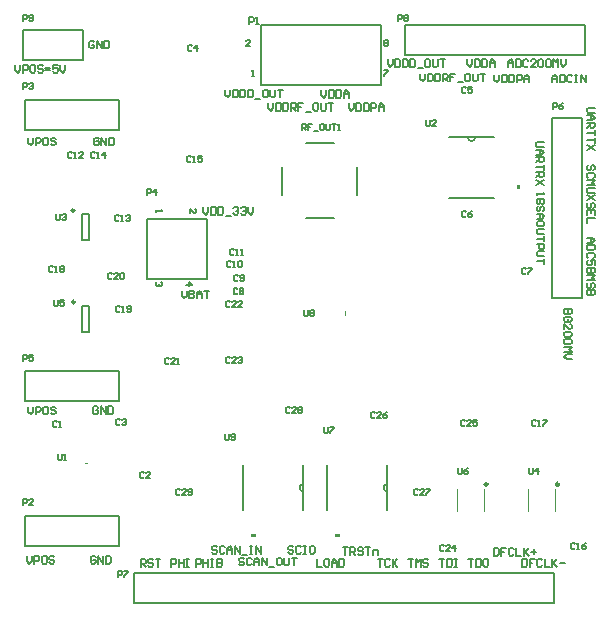
<source format=gto>
G04*
G04 #@! TF.GenerationSoftware,Altium Limited,Altium Designer,18.0.9 (584)*
G04*
G04 Layer_Color=65535*
%FSAX24Y24*%
%MOIN*%
G70*
G01*
G75*
%ADD10C,0.0000*%
%ADD11C,0.0098*%
%ADD12C,0.0060*%
%ADD13C,0.0100*%
%ADD14C,0.0079*%
%ADD15C,0.0010*%
%ADD16C,0.0039*%
%ADD17C,0.0050*%
G36*
X035079Y022604D02*
Y022504D01*
X034929D01*
Y022604D01*
X035079D01*
D02*
G37*
G36*
X037874D02*
Y022504D01*
X037724D01*
Y022604D01*
X037874D01*
D02*
G37*
G36*
X043799Y034228D02*
X043899D01*
Y034078D01*
X043799D01*
Y034228D01*
D02*
G37*
D10*
X029385Y024929D02*
G03*
X029485Y024929I000050J000112D01*
G01*
D11*
X029033Y033369D02*
G03*
X029033Y033369I-000049J000000D01*
G01*
X029052Y030322D02*
G03*
X029052Y030322I-000049J000000D01*
G01*
D12*
X042149Y035808D02*
G03*
X042389Y035808I000120J000000D01*
G01*
X036659Y024254D02*
G03*
X036659Y024014I000000J-000120D01*
G01*
X039454Y024254D02*
G03*
X039454Y024014I000000J-000120D01*
G01*
X041528Y033798D02*
X043011D01*
X041528Y035808D02*
X043011D01*
X034649Y023392D02*
Y024875D01*
X036659Y023392D02*
Y024875D01*
X039454Y023392D02*
Y024875D01*
X037444Y023392D02*
Y024875D01*
D13*
X042802Y024242D02*
G03*
X042802Y024242I-000050J000000D01*
G01*
X045184D02*
G03*
X045184Y024242I-000050J000000D01*
G01*
D14*
X029506Y032385D02*
Y033251D01*
X029269Y032385D02*
Y033251D01*
Y032385D02*
X029506D01*
X029269Y033251D02*
X029506D01*
X029525Y029337D02*
Y030204D01*
X029289Y029337D02*
Y030204D01*
Y029337D02*
X029525D01*
X029289Y030204D02*
X029525D01*
X031006Y020287D02*
Y021287D01*
X045006D01*
Y020287D02*
Y021287D01*
X044256Y020287D02*
X045006D01*
X031006D02*
X044256D01*
X036742Y035616D02*
X037672D01*
X035957Y033901D02*
Y034831D01*
X036742Y033116D02*
X037672D01*
X038457Y033901D02*
Y034831D01*
X040053Y038555D02*
X046053D01*
X040053Y039555D02*
X046053D01*
X040053Y038555D02*
Y039555D01*
X046053Y038555D02*
Y039555D01*
X039257Y037555D02*
Y039555D01*
X035257Y037555D02*
Y039555D01*
X039257D01*
X035257Y037555D02*
X039257D01*
X033449Y031098D02*
Y033098D01*
X031449D02*
X033449D01*
X031449Y031098D02*
X033449D01*
X031449D02*
Y033098D01*
X044957Y030453D02*
X045957D01*
X044957Y036453D02*
X045957D01*
Y030453D02*
Y036453D01*
X044957Y030453D02*
Y036453D01*
X030521Y027020D02*
Y028020D01*
X027372Y027020D02*
X030521D01*
X027372D02*
Y028020D01*
X030521D01*
Y022200D02*
Y023200D01*
X027372Y022200D02*
X030521D01*
X027372D02*
Y023200D01*
X030521D01*
Y036071D02*
Y037071D01*
X027372Y036071D02*
X030521D01*
X027372D02*
Y037071D01*
X030521D01*
X029313Y038398D02*
Y039398D01*
X027313Y038398D02*
X029313D01*
X027313D02*
Y039398D01*
X029313D01*
D15*
X038067Y029893D02*
Y030013D01*
D16*
X042683Y023346D02*
Y024075D01*
X041777Y023346D02*
Y024075D01*
X045065Y023346D02*
Y024075D01*
X044159Y023346D02*
Y024075D01*
D17*
X027060Y038221D02*
Y038054D01*
X027143Y037971D01*
X027227Y038054D01*
Y038221D01*
X027310Y037971D02*
Y038221D01*
X027435D01*
X027477Y038179D01*
Y038096D01*
X027435Y038054D01*
X027310D01*
X027685Y038221D02*
X027601D01*
X027560Y038179D01*
Y038013D01*
X027601Y037971D01*
X027685D01*
X027726Y038013D01*
Y038179D01*
X027685Y038221D01*
X027976Y038179D02*
X027935Y038221D01*
X027851D01*
X027810Y038179D01*
Y038138D01*
X027851Y038096D01*
X027935D01*
X027976Y038054D01*
Y038013D01*
X027935Y037971D01*
X027851D01*
X027810Y038013D01*
X028060Y038054D02*
X028226D01*
X028060Y038138D02*
X028226D01*
X028476Y038221D02*
X028310D01*
Y038096D01*
X028393Y038138D01*
X028435D01*
X028476Y038096D01*
Y038013D01*
X028435Y037971D01*
X028351D01*
X028310Y038013D01*
X028560Y038221D02*
Y038054D01*
X028643Y037971D01*
X028726Y038054D01*
Y038221D01*
X033329Y033481D02*
Y033314D01*
X033412Y033231D01*
X033496Y033314D01*
Y033481D01*
X033579D02*
Y033231D01*
X033704D01*
X033746Y033273D01*
Y033439D01*
X033704Y033481D01*
X033579D01*
X033829D02*
Y033231D01*
X033954D01*
X033995Y033273D01*
Y033439D01*
X033954Y033481D01*
X033829D01*
X034079Y033189D02*
X034245D01*
X034329Y033439D02*
X034370Y033481D01*
X034454D01*
X034495Y033439D01*
Y033398D01*
X034454Y033356D01*
X034412D01*
X034454D01*
X034495Y033314D01*
Y033273D01*
X034454Y033231D01*
X034370D01*
X034329Y033273D01*
X034579Y033439D02*
X034620Y033481D01*
X034704D01*
X034745Y033439D01*
Y033398D01*
X034704Y033356D01*
X034662D01*
X034704D01*
X034745Y033314D01*
Y033273D01*
X034704Y033231D01*
X034620D01*
X034579Y033273D01*
X034829Y033481D02*
Y033314D01*
X034912Y033231D01*
X034995Y033314D01*
Y033481D01*
X032614Y030703D02*
Y030536D01*
X032697Y030453D01*
X032781Y030536D01*
Y030703D01*
X032864D02*
Y030453D01*
X032989D01*
X033031Y030495D01*
Y030536D01*
X032989Y030578D01*
X032864D01*
X032989D01*
X033031Y030620D01*
Y030661D01*
X032989Y030703D01*
X032864D01*
X033114Y030453D02*
Y030620D01*
X033197Y030703D01*
X033280Y030620D01*
Y030453D01*
Y030578D01*
X033114D01*
X033364Y030703D02*
X033530D01*
X033447D01*
Y030453D01*
X029741Y021813D02*
X029699Y021855D01*
X029616D01*
X029574Y021813D01*
Y021647D01*
X029616Y021605D01*
X029699D01*
X029741Y021647D01*
Y021730D01*
X029657D01*
X029824Y021605D02*
Y021855D01*
X029991Y021605D01*
Y021855D01*
X030074D02*
Y021605D01*
X030199D01*
X030240Y021647D01*
Y021813D01*
X030199Y021855D01*
X030074D01*
X029823Y026801D02*
X029781Y026843D01*
X029698D01*
X029656Y026801D01*
Y026635D01*
X029698Y026593D01*
X029781D01*
X029823Y026635D01*
Y026718D01*
X029739D01*
X029906Y026593D02*
Y026843D01*
X030073Y026593D01*
Y026843D01*
X030156D02*
Y026593D01*
X030281D01*
X030322Y026635D01*
Y026801D01*
X030281Y026843D01*
X030156D01*
X029849Y035762D02*
X029807Y035804D01*
X029724D01*
X029682Y035762D01*
Y035596D01*
X029724Y035554D01*
X029807D01*
X029849Y035596D01*
Y035679D01*
X029765D01*
X029932Y035554D02*
Y035804D01*
X030099Y035554D01*
Y035804D01*
X030182D02*
Y035554D01*
X030307D01*
X030348Y035596D01*
Y035762D01*
X030307Y035804D01*
X030182D01*
X027444Y021855D02*
Y021688D01*
X027527Y021605D01*
X027611Y021688D01*
Y021855D01*
X027694Y021605D02*
Y021855D01*
X027819D01*
X027861Y021813D01*
Y021730D01*
X027819Y021688D01*
X027694D01*
X028069Y021855D02*
X027985D01*
X027944Y021813D01*
Y021647D01*
X027985Y021605D01*
X028069D01*
X028110Y021647D01*
Y021813D01*
X028069Y021855D01*
X028360Y021813D02*
X028319Y021855D01*
X028235D01*
X028194Y021813D01*
Y021772D01*
X028235Y021730D01*
X028319D01*
X028360Y021688D01*
Y021647D01*
X028319Y021605D01*
X028235D01*
X028194Y021647D01*
X027485Y026831D02*
Y026664D01*
X027568Y026581D01*
X027652Y026664D01*
Y026831D01*
X027735Y026581D02*
Y026831D01*
X027860D01*
X027902Y026789D01*
Y026706D01*
X027860Y026664D01*
X027735D01*
X028110Y026831D02*
X028026D01*
X027985Y026789D01*
Y026623D01*
X028026Y026581D01*
X028110D01*
X028151Y026623D01*
Y026789D01*
X028110Y026831D01*
X028401Y026789D02*
X028360Y026831D01*
X028276D01*
X028235Y026789D01*
Y026748D01*
X028276Y026706D01*
X028360D01*
X028401Y026664D01*
Y026623D01*
X028360Y026581D01*
X028276D01*
X028235Y026623D01*
X027488Y035804D02*
Y035637D01*
X027571Y035554D01*
X027655Y035637D01*
Y035804D01*
X027738Y035554D02*
Y035804D01*
X027863D01*
X027905Y035762D01*
Y035679D01*
X027863Y035637D01*
X027738D01*
X028113Y035804D02*
X028029D01*
X027988Y035762D01*
Y035596D01*
X028029Y035554D01*
X028113D01*
X028154Y035596D01*
Y035762D01*
X028113Y035804D01*
X028404Y035762D02*
X028363Y035804D01*
X028279D01*
X028238Y035762D01*
Y035721D01*
X028279Y035679D01*
X028363D01*
X028404Y035637D01*
Y035596D01*
X028363Y035554D01*
X028279D01*
X028238Y035596D01*
X043959Y021750D02*
Y021500D01*
X044084D01*
X044126Y021542D01*
Y021709D01*
X044084Y021750D01*
X043959D01*
X044376D02*
X044209D01*
Y021625D01*
X044292D01*
X044209D01*
Y021500D01*
X044625Y021709D02*
X044584Y021750D01*
X044500D01*
X044459Y021709D01*
Y021542D01*
X044500Y021500D01*
X044584D01*
X044625Y021542D01*
X044709Y021750D02*
Y021500D01*
X044875D01*
X044959Y021750D02*
Y021500D01*
Y021584D01*
X045125Y021750D01*
X045000Y021625D01*
X045125Y021500D01*
X045209Y021625D02*
X045375D01*
X043008Y022122D02*
Y021872D01*
X043133D01*
X043175Y021914D01*
Y022080D01*
X043133Y022122D01*
X043008D01*
X043425D02*
X043258D01*
Y021997D01*
X043341D01*
X043258D01*
Y021872D01*
X043674Y022080D02*
X043633Y022122D01*
X043549D01*
X043508Y022080D01*
Y021914D01*
X043549Y021872D01*
X043633D01*
X043674Y021914D01*
X043758Y022122D02*
Y021872D01*
X043924D01*
X044008Y022122D02*
Y021872D01*
Y021955D01*
X044174Y022122D01*
X044049Y021997D01*
X044174Y021872D01*
X044258Y021997D02*
X044424D01*
X044341Y022080D02*
Y021914D01*
X042165Y021750D02*
X042332D01*
X042248D01*
Y021500D01*
X042415Y021750D02*
Y021500D01*
X042540D01*
X042582Y021542D01*
Y021709D01*
X042540Y021750D01*
X042415D01*
X042790D02*
X042706D01*
X042665Y021709D01*
Y021542D01*
X042706Y021500D01*
X042790D01*
X042831Y021542D01*
Y021709D01*
X042790Y021750D01*
X041197D02*
X041364D01*
X041280D01*
Y021500D01*
X041447Y021750D02*
Y021500D01*
X041572D01*
X041614Y021542D01*
Y021709D01*
X041572Y021750D01*
X041447D01*
X041697D02*
X041780D01*
X041738D01*
Y021500D01*
X041697D01*
X041780D01*
X040156Y021750D02*
X040323D01*
X040239D01*
Y021500D01*
X040406D02*
Y021750D01*
X040489Y021667D01*
X040573Y021750D01*
Y021500D01*
X040822Y021709D02*
X040781Y021750D01*
X040697D01*
X040656Y021709D01*
Y021667D01*
X040697Y021625D01*
X040781D01*
X040822Y021584D01*
Y021542D01*
X040781Y021500D01*
X040697D01*
X040656Y021542D01*
X039134Y021750D02*
X039301D01*
X039217D01*
Y021500D01*
X039551Y021709D02*
X039509Y021750D01*
X039426D01*
X039384Y021709D01*
Y021542D01*
X039426Y021500D01*
X039509D01*
X039551Y021542D01*
X039634Y021750D02*
Y021500D01*
Y021584D01*
X039800Y021750D01*
X039675Y021625D01*
X039800Y021500D01*
X037983Y022146D02*
X038150D01*
X038066D01*
Y021896D01*
X038233D02*
Y022146D01*
X038358D01*
X038400Y022104D01*
Y022021D01*
X038358Y021979D01*
X038233D01*
X038316D02*
X038400Y021896D01*
X038649Y022104D02*
X038608Y022146D01*
X038524D01*
X038483Y022104D01*
Y022063D01*
X038524Y022021D01*
X038608D01*
X038649Y021979D01*
Y021938D01*
X038608Y021896D01*
X038524D01*
X038483Y021938D01*
X038733Y022146D02*
X038899D01*
X038816D01*
Y021896D01*
X038983D02*
Y022063D01*
X039108D01*
X039149Y022021D01*
Y021896D01*
X037110Y021750D02*
Y021500D01*
X037277D01*
X037485Y021750D02*
X037402D01*
X037360Y021709D01*
Y021542D01*
X037402Y021500D01*
X037485D01*
X037527Y021542D01*
Y021709D01*
X037485Y021750D01*
X037610Y021500D02*
Y021667D01*
X037693Y021750D01*
X037776Y021667D01*
Y021500D01*
Y021625D01*
X037610D01*
X037860Y021750D02*
Y021500D01*
X037985D01*
X038026Y021542D01*
Y021709D01*
X037985Y021750D01*
X037860D01*
X036331Y022141D02*
X036289Y022183D01*
X036206D01*
X036164Y022141D01*
Y022100D01*
X036206Y022058D01*
X036289D01*
X036331Y022016D01*
Y021975D01*
X036289Y021933D01*
X036206D01*
X036164Y021975D01*
X036581Y022141D02*
X036539Y022183D01*
X036456D01*
X036414Y022141D01*
Y021975D01*
X036456Y021933D01*
X036539D01*
X036581Y021975D01*
X036664Y022183D02*
X036747D01*
X036705D01*
Y021933D01*
X036664D01*
X036747D01*
X036997Y022183D02*
X036914D01*
X036872Y022141D01*
Y021975D01*
X036914Y021933D01*
X036997D01*
X037039Y021975D01*
Y022141D01*
X036997Y022183D01*
X034686Y021750D02*
X034644Y021792D01*
X034561D01*
X034519Y021750D01*
Y021709D01*
X034561Y021667D01*
X034644D01*
X034686Y021625D01*
Y021584D01*
X034644Y021542D01*
X034561D01*
X034519Y021584D01*
X034936Y021750D02*
X034894Y021792D01*
X034811D01*
X034769Y021750D01*
Y021584D01*
X034811Y021542D01*
X034894D01*
X034936Y021584D01*
X035019Y021542D02*
Y021709D01*
X035102Y021792D01*
X035185Y021709D01*
Y021542D01*
Y021667D01*
X035019D01*
X035269Y021542D02*
Y021792D01*
X035435Y021542D01*
Y021792D01*
X035519Y021500D02*
X035685D01*
X035894Y021792D02*
X035810D01*
X035769Y021750D01*
Y021584D01*
X035810Y021542D01*
X035894D01*
X035935Y021584D01*
Y021750D01*
X035894Y021792D01*
X036019D02*
Y021584D01*
X036060Y021542D01*
X036143D01*
X036185Y021584D01*
Y021792D01*
X036268D02*
X036435D01*
X036352D01*
Y021542D01*
X033787Y022139D02*
X033745Y022181D01*
X033662D01*
X033620Y022139D01*
Y022098D01*
X033662Y022056D01*
X033745D01*
X033787Y022014D01*
Y021973D01*
X033745Y021931D01*
X033662D01*
X033620Y021973D01*
X034037Y022139D02*
X033995Y022181D01*
X033912D01*
X033870Y022139D01*
Y021973D01*
X033912Y021931D01*
X033995D01*
X034037Y021973D01*
X034120Y021931D02*
Y022098D01*
X034203Y022181D01*
X034286Y022098D01*
Y021931D01*
Y022056D01*
X034120D01*
X034370Y021931D02*
Y022181D01*
X034536Y021931D01*
Y022181D01*
X034620Y021889D02*
X034786D01*
X034870Y022181D02*
X034953D01*
X034911D01*
Y021931D01*
X034870D01*
X034953D01*
X035078D02*
Y022181D01*
X035244Y021931D01*
Y022181D01*
X033077Y021500D02*
Y021750D01*
X033202D01*
X033244Y021709D01*
Y021625D01*
X033202Y021584D01*
X033077D01*
X033327Y021750D02*
Y021500D01*
Y021625D01*
X033494D01*
Y021750D01*
Y021500D01*
X033577Y021750D02*
X033660D01*
X033618D01*
Y021500D01*
X033577D01*
X033660D01*
X033785Y021750D02*
Y021500D01*
X033910D01*
X033952Y021542D01*
Y021584D01*
X033910Y021625D01*
X033785D01*
X033910D01*
X033952Y021667D01*
Y021709D01*
X033910Y021750D01*
X033785D01*
X032251Y021500D02*
Y021750D01*
X032376D01*
X032418Y021709D01*
Y021625D01*
X032376Y021584D01*
X032251D01*
X032501Y021750D02*
Y021500D01*
Y021625D01*
X032668D01*
Y021750D01*
Y021500D01*
X032751Y021750D02*
X032834D01*
X032792D01*
Y021500D01*
X032751D01*
X032834D01*
X031234D02*
Y021750D01*
X031359D01*
X031401Y021709D01*
Y021625D01*
X031359Y021584D01*
X031234D01*
X031317D02*
X031401Y021500D01*
X031651Y021709D02*
X031609Y021750D01*
X031526D01*
X031484Y021709D01*
Y021667D01*
X031526Y021625D01*
X031609D01*
X031651Y021584D01*
Y021542D01*
X031609Y021500D01*
X031526D01*
X031484Y021542D01*
X031734Y021750D02*
X031900D01*
X031817D01*
Y021500D01*
X029694Y038987D02*
X029652Y039029D01*
X029569D01*
X029527Y038987D01*
Y038821D01*
X029569Y038779D01*
X029652D01*
X029694Y038821D01*
Y038904D01*
X029610D01*
X029777Y038779D02*
Y039029D01*
X029944Y038779D01*
Y039029D01*
X030027D02*
Y038779D01*
X030152D01*
X030193Y038821D01*
Y038987D01*
X030152Y039029D01*
X030027D01*
X045606Y030085D02*
X045356D01*
Y029960D01*
X045398Y029918D01*
X045439D01*
X045481Y029960D01*
Y030085D01*
Y029960D01*
X045523Y029918D01*
X045564D01*
X045606Y029960D01*
Y030085D01*
X045564Y029668D02*
X045606Y029710D01*
Y029793D01*
X045564Y029835D01*
X045398D01*
X045356Y029793D01*
Y029710D01*
X045398Y029668D01*
X045481D01*
Y029752D01*
X045356Y029419D02*
Y029585D01*
X045523Y029419D01*
X045564D01*
X045606Y029460D01*
Y029544D01*
X045564Y029585D01*
Y029335D02*
X045606Y029294D01*
Y029210D01*
X045564Y029169D01*
X045398D01*
X045356Y029210D01*
Y029294D01*
X045398Y029335D01*
X045564D01*
Y029085D02*
X045606Y029044D01*
Y028960D01*
X045564Y028919D01*
X045398D01*
X045356Y028960D01*
Y029044D01*
X045398Y029085D01*
X045564D01*
X045356Y028835D02*
X045606D01*
X045523Y028752D01*
X045606Y028669D01*
X045356D01*
X045606Y028585D02*
X045439D01*
X045356Y028502D01*
X045439Y028419D01*
X045606D01*
X046124Y032457D02*
X046291D01*
X046374Y032374D01*
X046291Y032290D01*
X046124D01*
X046249D01*
Y032457D01*
X046374Y032207D02*
X046124D01*
Y032082D01*
X046166Y032040D01*
X046332D01*
X046374Y032082D01*
Y032207D01*
X046332Y031791D02*
X046374Y031832D01*
Y031916D01*
X046332Y031957D01*
X046166D01*
X046124Y031916D01*
Y031832D01*
X046166Y031791D01*
X046374Y031541D02*
Y031707D01*
X046249D01*
X046291Y031624D01*
Y031582D01*
X046249Y031541D01*
X046166D01*
X046124Y031582D01*
Y031666D01*
X046166Y031707D01*
X046374Y031457D02*
X046124D01*
Y031332D01*
X046166Y031291D01*
X046207D01*
X046249Y031332D01*
Y031457D01*
Y031332D01*
X046291Y031291D01*
X046332D01*
X046374Y031332D01*
Y031457D01*
X046124Y031207D02*
X046374D01*
X046291Y031124D01*
X046374Y031041D01*
X046124D01*
X046332Y030791D02*
X046374Y030833D01*
Y030916D01*
X046332Y030957D01*
X046291D01*
X046249Y030916D01*
Y030833D01*
X046207Y030791D01*
X046166D01*
X046124Y030833D01*
Y030916D01*
X046166Y030957D01*
X046374Y030708D02*
X046124D01*
Y030583D01*
X046166Y030541D01*
X046207D01*
X046249Y030583D01*
Y030708D01*
Y030583D01*
X046291Y030541D01*
X046332D01*
X046374Y030583D01*
Y030708D01*
X044437Y033970D02*
Y033887D01*
Y033928D01*
X044687D01*
X044645Y033970D01*
X044687Y033762D02*
X044437D01*
Y033637D01*
X044479Y033595D01*
X044520D01*
X044562Y033637D01*
Y033762D01*
Y033637D01*
X044604Y033595D01*
X044645D01*
X044687Y033637D01*
Y033762D01*
X044645Y033345D02*
X044687Y033387D01*
Y033470D01*
X044645Y033512D01*
X044604D01*
X044562Y033470D01*
Y033387D01*
X044520Y033345D01*
X044479D01*
X044437Y033387D01*
Y033470D01*
X044479Y033512D01*
X044437Y033262D02*
X044604D01*
X044687Y033179D01*
X044604Y033095D01*
X044437D01*
X044562D01*
Y033262D01*
X044687Y032887D02*
Y032970D01*
X044645Y033012D01*
X044479D01*
X044437Y032970D01*
Y032887D01*
X044479Y032845D01*
X044645D01*
X044687Y032887D01*
Y032762D02*
X044479D01*
X044437Y032720D01*
Y032637D01*
X044479Y032595D01*
X044687D01*
Y032512D02*
Y032346D01*
Y032429D01*
X044437D01*
Y032262D02*
X044687D01*
Y032137D01*
X044645Y032096D01*
X044562D01*
X044520Y032137D01*
Y032262D01*
X044687Y032012D02*
X044479D01*
X044437Y031971D01*
Y031887D01*
X044479Y031846D01*
X044687D01*
Y031762D02*
Y031596D01*
Y031679D01*
X044437D01*
X046326Y034708D02*
X046368Y034750D01*
Y034833D01*
X046326Y034875D01*
X046285D01*
X046243Y034833D01*
Y034750D01*
X046201Y034708D01*
X046160D01*
X046118Y034750D01*
Y034833D01*
X046160Y034875D01*
X046326Y034458D02*
X046368Y034500D01*
Y034583D01*
X046326Y034625D01*
X046160D01*
X046118Y034583D01*
Y034500D01*
X046160Y034458D01*
X046118Y034375D02*
X046368D01*
X046285Y034292D01*
X046368Y034209D01*
X046118D01*
X046368Y034125D02*
X046160D01*
X046118Y034084D01*
Y034000D01*
X046160Y033959D01*
X046368D01*
Y033875D02*
X046118Y033709D01*
X046368D02*
X046118Y033875D01*
X046326Y033459D02*
X046368Y033500D01*
Y033584D01*
X046326Y033625D01*
X046285D01*
X046243Y033584D01*
Y033500D01*
X046201Y033459D01*
X046160D01*
X046118Y033500D01*
Y033584D01*
X046160Y033625D01*
X046368Y033209D02*
Y033375D01*
X046118D01*
Y033209D01*
X046243Y033375D02*
Y033292D01*
X046368Y033126D02*
X046118D01*
Y032959D01*
X044675Y035651D02*
X044467D01*
X044425Y035609D01*
Y035526D01*
X044467Y035484D01*
X044675D01*
X044425Y035401D02*
X044592D01*
X044675Y035318D01*
X044592Y035234D01*
X044425D01*
X044550D01*
Y035401D01*
X044425Y035151D02*
X044675D01*
Y035026D01*
X044633Y034985D01*
X044550D01*
X044508Y035026D01*
Y035151D01*
Y035068D02*
X044425Y034985D01*
X044675Y034901D02*
Y034735D01*
Y034818D01*
X044425D01*
Y034651D02*
X044675D01*
Y034526D01*
X044633Y034485D01*
X044550D01*
X044508Y034526D01*
Y034651D01*
Y034568D02*
X044425Y034485D01*
X044675Y034401D02*
X044425Y034235D01*
X044675D02*
X044425Y034401D01*
X046368Y036798D02*
X046160D01*
X046118Y036756D01*
Y036673D01*
X046160Y036631D01*
X046368D01*
X046118Y036548D02*
X046285D01*
X046368Y036465D01*
X046285Y036381D01*
X046118D01*
X046243D01*
Y036548D01*
X046118Y036298D02*
X046368D01*
Y036173D01*
X046326Y036132D01*
X046243D01*
X046201Y036173D01*
Y036298D01*
Y036215D02*
X046118Y036132D01*
X046368Y036048D02*
Y035882D01*
Y035965D01*
X046118D01*
X046368Y035798D02*
Y035632D01*
Y035715D01*
X046118D01*
X046368Y035548D02*
X046118Y035382D01*
X046368D02*
X046118Y035548D01*
X044965Y037639D02*
Y037806D01*
X045048Y037889D01*
X045132Y037806D01*
Y037639D01*
Y037764D01*
X044965D01*
X045215Y037889D02*
Y037639D01*
X045340D01*
X045382Y037681D01*
Y037848D01*
X045340Y037889D01*
X045215D01*
X045631Y037848D02*
X045590Y037889D01*
X045506D01*
X045465Y037848D01*
Y037681D01*
X045506Y037639D01*
X045590D01*
X045631Y037681D01*
X045715Y037889D02*
X045798D01*
X045756D01*
Y037639D01*
X045715D01*
X045798D01*
X045923D02*
Y037889D01*
X046090Y037639D01*
Y037889D01*
X043500Y038156D02*
Y038323D01*
X043583Y038406D01*
X043667Y038323D01*
Y038156D01*
Y038281D01*
X043500D01*
X043750Y038406D02*
Y038156D01*
X043875D01*
X043917Y038198D01*
Y038364D01*
X043875Y038406D01*
X043750D01*
X044166Y038364D02*
X044125Y038406D01*
X044041D01*
X044000Y038364D01*
Y038198D01*
X044041Y038156D01*
X044125D01*
X044166Y038198D01*
X044416Y038156D02*
X044250D01*
X044416Y038323D01*
Y038364D01*
X044375Y038406D01*
X044291D01*
X044250Y038364D01*
X044500D02*
X044541Y038406D01*
X044625D01*
X044666Y038364D01*
Y038198D01*
X044625Y038156D01*
X044541D01*
X044500Y038198D01*
Y038364D01*
X044750D02*
X044791Y038406D01*
X044875D01*
X044916Y038364D01*
Y038198D01*
X044875Y038156D01*
X044791D01*
X044750Y038198D01*
Y038364D01*
X045000Y038156D02*
Y038406D01*
X045083Y038323D01*
X045166Y038406D01*
Y038156D01*
X045249Y038406D02*
Y038239D01*
X045333Y038156D01*
X045416Y038239D01*
Y038406D01*
X043033Y037889D02*
Y037723D01*
X043116Y037639D01*
X043200Y037723D01*
Y037889D01*
X043283D02*
Y037639D01*
X043408D01*
X043450Y037681D01*
Y037848D01*
X043408Y037889D01*
X043283D01*
X043533D02*
Y037639D01*
X043658D01*
X043699Y037681D01*
Y037848D01*
X043658Y037889D01*
X043533D01*
X043783Y037639D02*
Y037889D01*
X043908D01*
X043949Y037848D01*
Y037764D01*
X043908Y037723D01*
X043783D01*
X044033Y037639D02*
Y037806D01*
X044116Y037889D01*
X044199Y037806D01*
Y037639D01*
Y037764D01*
X044033D01*
X038183Y036942D02*
Y036775D01*
X038266Y036692D01*
X038350Y036775D01*
Y036942D01*
X038433D02*
Y036692D01*
X038558D01*
X038600Y036734D01*
Y036900D01*
X038558Y036942D01*
X038433D01*
X038683D02*
Y036692D01*
X038808D01*
X038849Y036734D01*
Y036900D01*
X038808Y036942D01*
X038683D01*
X038933Y036692D02*
Y036942D01*
X039058D01*
X039099Y036900D01*
Y036817D01*
X039058Y036775D01*
X038933D01*
X039183Y036692D02*
Y036859D01*
X039266Y036942D01*
X039349Y036859D01*
Y036692D01*
Y036817D01*
X039183D01*
X037263Y037381D02*
Y037214D01*
X037346Y037131D01*
X037430Y037214D01*
Y037381D01*
X037513D02*
Y037131D01*
X037638D01*
X037680Y037173D01*
Y037339D01*
X037638Y037381D01*
X037513D01*
X037763D02*
Y037131D01*
X037888D01*
X037929Y037173D01*
Y037339D01*
X037888Y037381D01*
X037763D01*
X038013Y037131D02*
Y037298D01*
X038096Y037381D01*
X038179Y037298D01*
Y037131D01*
Y037256D01*
X038013D01*
X042124Y038406D02*
Y038239D01*
X042207Y038156D01*
X042291Y038239D01*
Y038406D01*
X042374D02*
Y038156D01*
X042499D01*
X042541Y038198D01*
Y038364D01*
X042499Y038406D01*
X042374D01*
X042624D02*
Y038156D01*
X042749D01*
X042790Y038198D01*
Y038364D01*
X042749Y038406D01*
X042624D01*
X042874Y038156D02*
Y038323D01*
X042957Y038406D01*
X043040Y038323D01*
Y038156D01*
Y038281D01*
X042874D01*
X040556Y037931D02*
Y037764D01*
X040639Y037681D01*
X040723Y037764D01*
Y037931D01*
X040806D02*
Y037681D01*
X040931D01*
X040973Y037723D01*
Y037889D01*
X040931Y037931D01*
X040806D01*
X041056D02*
Y037681D01*
X041181D01*
X041222Y037723D01*
Y037889D01*
X041181Y037931D01*
X041056D01*
X041306Y037681D02*
Y037931D01*
X041431D01*
X041472Y037889D01*
Y037806D01*
X041431Y037764D01*
X041306D01*
X041389D02*
X041472Y037681D01*
X041722Y037931D02*
X041556D01*
Y037806D01*
X041639D01*
X041556D01*
Y037681D01*
X041806Y037639D02*
X041972D01*
X042180Y037931D02*
X042097D01*
X042056Y037889D01*
Y037723D01*
X042097Y037681D01*
X042180D01*
X042222Y037723D01*
Y037889D01*
X042180Y037931D01*
X042305D02*
Y037723D01*
X042347Y037681D01*
X042430D01*
X042472Y037723D01*
Y037931D01*
X042555D02*
X042722D01*
X042639D01*
Y037681D01*
X035496Y036948D02*
Y036781D01*
X035579Y036698D01*
X035663Y036781D01*
Y036948D01*
X035746D02*
Y036698D01*
X035871D01*
X035913Y036740D01*
Y036906D01*
X035871Y036948D01*
X035746D01*
X035996D02*
Y036698D01*
X036121D01*
X036162Y036740D01*
Y036906D01*
X036121Y036948D01*
X035996D01*
X036246Y036698D02*
Y036948D01*
X036371D01*
X036412Y036906D01*
Y036823D01*
X036371Y036781D01*
X036246D01*
X036329D02*
X036412Y036698D01*
X036662Y036948D02*
X036496D01*
Y036823D01*
X036579D01*
X036496D01*
Y036698D01*
X036746Y036656D02*
X036912D01*
X037120Y036948D02*
X037037D01*
X036996Y036906D01*
Y036740D01*
X037037Y036698D01*
X037120D01*
X037162Y036740D01*
Y036906D01*
X037120Y036948D01*
X037245D02*
Y036740D01*
X037287Y036698D01*
X037370D01*
X037412Y036740D01*
Y036948D01*
X037495D02*
X037662D01*
X037579D01*
Y036698D01*
X039474Y038406D02*
Y038239D01*
X039557Y038156D01*
X039641Y038239D01*
Y038406D01*
X039724D02*
Y038156D01*
X039849D01*
X039891Y038198D01*
Y038364D01*
X039849Y038406D01*
X039724D01*
X039974D02*
Y038156D01*
X040099D01*
X040140Y038198D01*
Y038364D01*
X040099Y038406D01*
X039974D01*
X040224D02*
Y038156D01*
X040349D01*
X040390Y038198D01*
Y038364D01*
X040349Y038406D01*
X040224D01*
X040474Y038114D02*
X040640D01*
X040849Y038406D02*
X040765D01*
X040724Y038364D01*
Y038198D01*
X040765Y038156D01*
X040849D01*
X040890Y038198D01*
Y038364D01*
X040849Y038406D01*
X040974D02*
Y038198D01*
X041015Y038156D01*
X041098D01*
X041140Y038198D01*
Y038406D01*
X041223D02*
X041390D01*
X041307D01*
Y038156D01*
X034063Y037393D02*
Y037226D01*
X034146Y037143D01*
X034230Y037226D01*
Y037393D01*
X034313D02*
Y037143D01*
X034438D01*
X034480Y037185D01*
Y037351D01*
X034438Y037393D01*
X034313D01*
X034563D02*
Y037143D01*
X034688D01*
X034729Y037185D01*
Y037351D01*
X034688Y037393D01*
X034563D01*
X034813D02*
Y037143D01*
X034938D01*
X034979Y037185D01*
Y037351D01*
X034938Y037393D01*
X034813D01*
X035063Y037101D02*
X035229D01*
X035438Y037393D02*
X035354D01*
X035313Y037351D01*
Y037185D01*
X035354Y037143D01*
X035438D01*
X035479Y037185D01*
Y037351D01*
X035438Y037393D01*
X035563D02*
Y037185D01*
X035604Y037143D01*
X035687D01*
X035729Y037185D01*
Y037393D01*
X035812D02*
X035979D01*
X035896D01*
Y037143D01*
X039357Y039022D02*
X039391Y039055D01*
X039457D01*
X039491Y039022D01*
Y038988D01*
X039457Y038955D01*
X039491Y038922D01*
Y038888D01*
X039457Y038855D01*
X039391D01*
X039357Y038888D01*
Y038922D01*
X039391Y038955D01*
X039357Y038988D01*
Y039022D01*
X039391Y038955D02*
X039457D01*
X039357Y038055D02*
X039491D01*
Y038022D01*
X039357Y037888D01*
Y037855D01*
X034957D02*
X035024D01*
X034991D01*
Y038055D01*
X034957Y038022D01*
X034891Y038855D02*
X034757D01*
X034891Y038988D01*
Y039022D01*
X034857Y039055D01*
X034791D01*
X034757Y039022D01*
X031749Y033398D02*
Y033331D01*
Y033365D01*
X031949D01*
X031916Y033398D01*
X032898Y033305D02*
Y033438D01*
X033031Y033305D01*
X033065D01*
X033098Y033338D01*
Y033405D01*
X033065Y033438D01*
X032749Y030898D02*
X032949D01*
X032849Y030998D01*
Y030865D01*
X031916Y030998D02*
X031949Y030965D01*
Y030898D01*
X031916Y030865D01*
X031882D01*
X031849Y030898D01*
Y030931D01*
Y030898D01*
X031816Y030865D01*
X031782D01*
X031749Y030898D01*
Y030965D01*
X031782Y030998D01*
X040760Y036390D02*
Y036223D01*
X040793Y036190D01*
X040860D01*
X040893Y036223D01*
Y036390D01*
X041093Y036190D02*
X040960D01*
X041093Y036323D01*
Y036357D01*
X041060Y036390D01*
X040993D01*
X040960Y036357D01*
X041810Y024790D02*
Y024623D01*
X041843Y024590D01*
X041910D01*
X041943Y024623D01*
Y024790D01*
X042143D02*
X042077Y024757D01*
X042010Y024690D01*
Y024623D01*
X042043Y024590D01*
X042110D01*
X042143Y024623D01*
Y024657D01*
X042110Y024690D01*
X042010D01*
X041365Y022198D02*
X041332Y022231D01*
X041265D01*
X041232Y022198D01*
Y022064D01*
X041265Y022031D01*
X041332D01*
X041365Y022064D01*
X041565Y022031D02*
X041432D01*
X041565Y022164D01*
Y022198D01*
X041532Y022231D01*
X041465D01*
X041432Y022198D01*
X041732Y022031D02*
Y022231D01*
X041632Y022131D01*
X041765D01*
X045717Y022246D02*
X045684Y022279D01*
X045617D01*
X045584Y022246D01*
Y022112D01*
X045617Y022079D01*
X045684D01*
X045717Y022112D01*
X045784Y022079D02*
X045851D01*
X045817D01*
Y022279D01*
X045784Y022246D01*
X046084Y022279D02*
X046017Y022246D01*
X045951Y022179D01*
Y022112D01*
X045984Y022079D01*
X046051D01*
X046084Y022112D01*
Y022146D01*
X046051Y022179D01*
X045951D01*
X039807Y039694D02*
Y039894D01*
X039907D01*
X039940Y039861D01*
Y039794D01*
X039907Y039761D01*
X039807D01*
X040007Y039861D02*
X040040Y039894D01*
X040107D01*
X040140Y039861D01*
Y039827D01*
X040107Y039794D01*
X040140Y039761D01*
Y039727D01*
X040107Y039694D01*
X040040D01*
X040007Y039727D01*
Y039761D01*
X040040Y039794D01*
X040007Y039827D01*
Y039861D01*
X040040Y039794D02*
X040107D01*
X044970Y036740D02*
Y036940D01*
X045070D01*
X045103Y036907D01*
Y036840D01*
X045070Y036807D01*
X044970D01*
X045303Y036940D02*
X045237Y036907D01*
X045170Y036840D01*
Y036773D01*
X045203Y036740D01*
X045270D01*
X045303Y036773D01*
Y036807D01*
X045270Y036840D01*
X045170D01*
X030492Y021149D02*
Y021349D01*
X030592D01*
X030625Y021316D01*
Y021249D01*
X030592Y021216D01*
X030492D01*
X030692Y021349D02*
X030825D01*
Y021316D01*
X030692Y021182D01*
Y021149D01*
X034054Y025912D02*
Y025745D01*
X034087Y025712D01*
X034154D01*
X034187Y025745D01*
Y025912D01*
X034254Y025745D02*
X034287Y025712D01*
X034354D01*
X034387Y025745D01*
Y025879D01*
X034354Y025912D01*
X034287D01*
X034254Y025879D01*
Y025845D01*
X034287Y025812D01*
X034387D01*
X036675Y030071D02*
Y029904D01*
X036708Y029871D01*
X036775D01*
X036808Y029904D01*
Y030071D01*
X036875Y030038D02*
X036908Y030071D01*
X036975D01*
X037008Y030038D01*
Y030004D01*
X036975Y029971D01*
X037008Y029938D01*
Y029904D01*
X036975Y029871D01*
X036908D01*
X036875Y029904D01*
Y029938D01*
X036908Y029971D01*
X036875Y030004D01*
Y030038D01*
X036908Y029971D02*
X036975D01*
X037360Y026140D02*
Y025973D01*
X037393Y025940D01*
X037460D01*
X037493Y025973D01*
Y026140D01*
X037560D02*
X037693D01*
Y026107D01*
X037560Y025973D01*
Y025940D01*
X028335Y030382D02*
Y030215D01*
X028368Y030182D01*
X028435D01*
X028468Y030215D01*
Y030382D01*
X028668D02*
X028535D01*
Y030282D01*
X028602Y030315D01*
X028635D01*
X028668Y030282D01*
Y030215D01*
X028635Y030182D01*
X028568D01*
X028535Y030215D01*
X044190Y024790D02*
Y024623D01*
X044223Y024590D01*
X044290D01*
X044323Y024623D01*
Y024790D01*
X044490Y024590D02*
Y024790D01*
X044390Y024690D01*
X044523D01*
X028481Y025265D02*
Y025098D01*
X028514Y025065D01*
X028581D01*
X028614Y025098D01*
Y025265D01*
X028681Y025065D02*
X028748D01*
X028714D01*
Y025265D01*
X028681Y025232D01*
X028407Y033250D02*
Y033083D01*
X028440Y033050D01*
X028507D01*
X028540Y033083D01*
Y033250D01*
X028607Y033217D02*
X028640Y033250D01*
X028707D01*
X028740Y033217D01*
Y033183D01*
X028707Y033150D01*
X028674D01*
X028707D01*
X028740Y033117D01*
Y033083D01*
X028707Y033050D01*
X028640D01*
X028607Y033083D01*
X036618Y036062D02*
Y036262D01*
X036718D01*
X036751Y036229D01*
Y036162D01*
X036718Y036129D01*
X036618D01*
X036685D02*
X036751Y036062D01*
X036951Y036262D02*
X036818D01*
Y036162D01*
X036885D01*
X036818D01*
Y036062D01*
X037018Y036029D02*
X037151D01*
X037318Y036262D02*
X037251D01*
X037218Y036229D01*
Y036095D01*
X037251Y036062D01*
X037318D01*
X037351Y036095D01*
Y036229D01*
X037318Y036262D01*
X037418D02*
Y036095D01*
X037451Y036062D01*
X037518D01*
X037551Y036095D01*
Y036262D01*
X037618D02*
X037751D01*
X037684D01*
Y036062D01*
X037818D02*
X037884D01*
X037851D01*
Y036262D01*
X037818Y036229D01*
X027320Y039690D02*
Y039890D01*
X027420D01*
X027453Y039857D01*
Y039790D01*
X027420Y039757D01*
X027320D01*
X027520Y039723D02*
X027553Y039690D01*
X027620D01*
X027653Y039723D01*
Y039857D01*
X027620Y039890D01*
X027553D01*
X027520Y039857D01*
Y039823D01*
X027553Y039790D01*
X027653D01*
X027320Y028370D02*
Y028570D01*
X027420D01*
X027453Y028537D01*
Y028470D01*
X027420Y028437D01*
X027320D01*
X027653Y028570D02*
X027520D01*
Y028470D01*
X027587Y028503D01*
X027620D01*
X027653Y028470D01*
Y028403D01*
X027620Y028370D01*
X027553D01*
X027520Y028403D01*
X027320Y023550D02*
Y023750D01*
X027420D01*
X027453Y023717D01*
Y023650D01*
X027420Y023617D01*
X027320D01*
X027653Y023550D02*
X027520D01*
X027653Y023683D01*
Y023717D01*
X027620Y023750D01*
X027553D01*
X027520Y023717D01*
X027320Y037420D02*
Y037620D01*
X027420D01*
X027453Y037587D01*
Y037520D01*
X027420Y037487D01*
X027320D01*
X027520Y037587D02*
X027553Y037620D01*
X027620D01*
X027653Y037587D01*
Y037553D01*
X027620Y037520D01*
X027587D01*
X027620D01*
X027653Y037487D01*
Y037453D01*
X027620Y037420D01*
X027553D01*
X027520Y037453D01*
X031460Y033900D02*
Y034100D01*
X031560D01*
X031593Y034067D01*
Y034000D01*
X031560Y033967D01*
X031460D01*
X031760Y033900D02*
Y034100D01*
X031660Y034000D01*
X031793D01*
X034835Y039577D02*
Y039827D01*
X034960D01*
X035002Y039785D01*
Y039702D01*
X034960Y039660D01*
X034835D01*
X035085Y039577D02*
X035168D01*
X035127D01*
Y039827D01*
X035085Y039785D01*
X032553Y024047D02*
X032520Y024080D01*
X032453D01*
X032420Y024047D01*
Y023913D01*
X032453Y023880D01*
X032520D01*
X032553Y023913D01*
X032753Y023880D02*
X032620D01*
X032753Y024013D01*
Y024047D01*
X032720Y024080D01*
X032653D01*
X032620Y024047D01*
X032820Y023913D02*
X032853Y023880D01*
X032920D01*
X032953Y023913D01*
Y024047D01*
X032920Y024080D01*
X032853D01*
X032820Y024047D01*
Y024013D01*
X032853Y023980D01*
X032953D01*
X036206Y026790D02*
X036173Y026823D01*
X036106D01*
X036073Y026790D01*
Y026656D01*
X036106Y026623D01*
X036173D01*
X036206Y026656D01*
X036406Y026623D02*
X036273D01*
X036406Y026756D01*
Y026790D01*
X036373Y026823D01*
X036306D01*
X036273Y026790D01*
X036473D02*
X036506Y026823D01*
X036573D01*
X036606Y026790D01*
Y026756D01*
X036573Y026723D01*
X036606Y026690D01*
Y026656D01*
X036573Y026623D01*
X036506D01*
X036473Y026656D01*
Y026690D01*
X036506Y026723D01*
X036473Y026756D01*
Y026790D01*
X036506Y026723D02*
X036573D01*
X040473Y024047D02*
X040440Y024080D01*
X040373D01*
X040340Y024047D01*
Y023913D01*
X040373Y023880D01*
X040440D01*
X040473Y023913D01*
X040673Y023880D02*
X040540D01*
X040673Y024013D01*
Y024047D01*
X040640Y024080D01*
X040573D01*
X040540Y024047D01*
X040740Y024080D02*
X040873D01*
Y024047D01*
X040740Y023913D01*
Y023880D01*
X039053Y026619D02*
X039020Y026652D01*
X038953D01*
X038920Y026619D01*
Y026485D01*
X038953Y026452D01*
X039020D01*
X039053Y026485D01*
X039253Y026452D02*
X039120D01*
X039253Y026585D01*
Y026619D01*
X039220Y026652D01*
X039153D01*
X039120Y026619D01*
X039453Y026652D02*
X039387Y026619D01*
X039320Y026552D01*
Y026485D01*
X039353Y026452D01*
X039420D01*
X039453Y026485D01*
Y026519D01*
X039420Y026552D01*
X039320D01*
X042053Y026367D02*
X042020Y026400D01*
X041953D01*
X041920Y026367D01*
Y026233D01*
X041953Y026200D01*
X042020D01*
X042053Y026233D01*
X042253Y026200D02*
X042120D01*
X042253Y026333D01*
Y026367D01*
X042220Y026400D01*
X042153D01*
X042120Y026367D01*
X042453Y026400D02*
X042320D01*
Y026300D01*
X042387Y026333D01*
X042420D01*
X042453Y026300D01*
Y026233D01*
X042420Y026200D01*
X042353D01*
X042320Y026233D01*
X034217Y028455D02*
X034184Y028488D01*
X034117D01*
X034084Y028455D01*
Y028321D01*
X034117Y028288D01*
X034184D01*
X034217Y028321D01*
X034417Y028288D02*
X034284D01*
X034417Y028421D01*
Y028455D01*
X034384Y028488D01*
X034317D01*
X034284Y028455D01*
X034484D02*
X034517Y028488D01*
X034584D01*
X034617Y028455D01*
Y028421D01*
X034584Y028388D01*
X034551D01*
X034584D01*
X034617Y028355D01*
Y028321D01*
X034584Y028288D01*
X034517D01*
X034484Y028321D01*
X034219Y030313D02*
X034186Y030346D01*
X034119D01*
X034086Y030313D01*
Y030179D01*
X034119Y030146D01*
X034186D01*
X034219Y030179D01*
X034419Y030146D02*
X034286D01*
X034419Y030279D01*
Y030313D01*
X034386Y030346D01*
X034319D01*
X034286Y030313D01*
X034619Y030146D02*
X034486D01*
X034619Y030279D01*
Y030313D01*
X034586Y030346D01*
X034519D01*
X034486Y030313D01*
X032173Y028427D02*
X032140Y028460D01*
X032073D01*
X032040Y028427D01*
Y028293D01*
X032073Y028260D01*
X032140D01*
X032173Y028293D01*
X032373Y028260D02*
X032240D01*
X032373Y028393D01*
Y028427D01*
X032340Y028460D01*
X032273D01*
X032240Y028427D01*
X032440Y028260D02*
X032507D01*
X032473D01*
Y028460D01*
X032440Y028427D01*
X030271Y031242D02*
X030238Y031275D01*
X030171D01*
X030138Y031242D01*
Y031108D01*
X030171Y031075D01*
X030238D01*
X030271Y031108D01*
X030471Y031075D02*
X030338D01*
X030471Y031208D01*
Y031242D01*
X030438Y031275D01*
X030371D01*
X030338Y031242D01*
X030538D02*
X030571Y031275D01*
X030638D01*
X030671Y031242D01*
Y031108D01*
X030638Y031075D01*
X030571D01*
X030538Y031108D01*
Y031242D01*
X030553Y030147D02*
X030520Y030180D01*
X030453D01*
X030420Y030147D01*
Y030013D01*
X030453Y029980D01*
X030520D01*
X030553Y030013D01*
X030620Y029980D02*
X030687D01*
X030653D01*
Y030180D01*
X030620Y030147D01*
X030787Y030013D02*
X030820Y029980D01*
X030887D01*
X030920Y030013D01*
Y030147D01*
X030887Y030180D01*
X030820D01*
X030787Y030147D01*
Y030113D01*
X030820Y030080D01*
X030920D01*
X028326Y031487D02*
X028293Y031520D01*
X028226D01*
X028193Y031487D01*
Y031353D01*
X028226Y031320D01*
X028293D01*
X028326Y031353D01*
X028393Y031320D02*
X028460D01*
X028426D01*
Y031520D01*
X028393Y031487D01*
X028560D02*
X028593Y031520D01*
X028660D01*
X028693Y031487D01*
Y031453D01*
X028660Y031420D01*
X028693Y031387D01*
Y031353D01*
X028660Y031320D01*
X028593D01*
X028560Y031353D01*
Y031387D01*
X028593Y031420D01*
X028560Y031453D01*
Y031487D01*
X028593Y031420D02*
X028660D01*
X044413Y026367D02*
X044380Y026400D01*
X044313D01*
X044280Y026367D01*
Y026233D01*
X044313Y026200D01*
X044380D01*
X044413Y026233D01*
X044480Y026200D02*
X044547D01*
X044513D01*
Y026400D01*
X044480Y026367D01*
X044647Y026400D02*
X044780D01*
Y026367D01*
X044647Y026233D01*
Y026200D01*
X042093Y033327D02*
X042060Y033360D01*
X041993D01*
X041960Y033327D01*
Y033193D01*
X041993Y033160D01*
X042060D01*
X042093Y033193D01*
X042293Y033360D02*
X042227Y033327D01*
X042160Y033260D01*
Y033193D01*
X042193Y033160D01*
X042260D01*
X042293Y033193D01*
Y033227D01*
X042260Y033260D01*
X042160D01*
X042093Y037447D02*
X042060Y037480D01*
X041993D01*
X041960Y037447D01*
Y037313D01*
X041993Y037280D01*
X042060D01*
X042093Y037313D01*
X042293Y037480D02*
X042160D01*
Y037380D01*
X042227Y037413D01*
X042260D01*
X042293Y037380D01*
Y037313D01*
X042260Y037280D01*
X042193D01*
X042160Y037313D01*
X032943Y038847D02*
X032910Y038880D01*
X032843D01*
X032810Y038847D01*
Y038713D01*
X032843Y038680D01*
X032910D01*
X032943Y038713D01*
X033110Y038680D02*
Y038880D01*
X033010Y038780D01*
X033143D01*
X030539Y026373D02*
X030506Y026406D01*
X030439D01*
X030406Y026373D01*
Y026239D01*
X030439Y026206D01*
X030506D01*
X030539Y026239D01*
X030606Y026373D02*
X030639Y026406D01*
X030706D01*
X030739Y026373D01*
Y026339D01*
X030706Y026306D01*
X030673D01*
X030706D01*
X030739Y026273D01*
Y026239D01*
X030706Y026206D01*
X030639D01*
X030606Y026239D01*
X031343Y024637D02*
X031310Y024670D01*
X031243D01*
X031210Y024637D01*
Y024503D01*
X031243Y024470D01*
X031310D01*
X031343Y024503D01*
X031543Y024470D02*
X031410D01*
X031543Y024603D01*
Y024637D01*
X031510Y024670D01*
X031443D01*
X031410Y024637D01*
X028437Y026310D02*
X028404Y026343D01*
X028337D01*
X028304Y026310D01*
Y026176D01*
X028337Y026143D01*
X028404D01*
X028437Y026176D01*
X028504Y026143D02*
X028571D01*
X028537D01*
Y026343D01*
X028504Y026310D01*
X044079Y031420D02*
X044046Y031453D01*
X043979D01*
X043946Y031420D01*
Y031286D01*
X043979Y031253D01*
X044046D01*
X044079Y031286D01*
X044146Y031453D02*
X044279D01*
Y031420D01*
X044146Y031286D01*
Y031253D01*
X034473Y031190D02*
X034440Y031223D01*
X034373D01*
X034340Y031190D01*
Y031056D01*
X034373Y031023D01*
X034440D01*
X034473Y031056D01*
X034540D02*
X034573Y031023D01*
X034640D01*
X034673Y031056D01*
Y031190D01*
X034640Y031223D01*
X034573D01*
X034540Y031190D01*
Y031156D01*
X034573Y031123D01*
X034673D01*
X032903Y035167D02*
X032870Y035200D01*
X032803D01*
X032770Y035167D01*
Y035033D01*
X032803Y035000D01*
X032870D01*
X032903Y035033D01*
X032970Y035000D02*
X033037D01*
X033003D01*
Y035200D01*
X032970Y035167D01*
X033270Y035200D02*
X033137D01*
Y035100D01*
X033203Y035133D01*
X033237D01*
X033270Y035100D01*
Y035033D01*
X033237Y035000D01*
X033170D01*
X033137Y035033D01*
X029723Y035297D02*
X029690Y035330D01*
X029623D01*
X029590Y035297D01*
Y035163D01*
X029623Y035130D01*
X029690D01*
X029723Y035163D01*
X029790Y035130D02*
X029857D01*
X029823D01*
Y035330D01*
X029790Y035297D01*
X030057Y035130D02*
Y035330D01*
X029957Y035230D01*
X030090D01*
X030513Y033177D02*
X030480Y033210D01*
X030413D01*
X030380Y033177D01*
Y033043D01*
X030413Y033010D01*
X030480D01*
X030513Y033043D01*
X030580Y033010D02*
X030647D01*
X030613D01*
Y033210D01*
X030580Y033177D01*
X030747D02*
X030780Y033210D01*
X030847D01*
X030880Y033177D01*
Y033143D01*
X030847Y033110D01*
X030813D01*
X030847D01*
X030880Y033077D01*
Y033043D01*
X030847Y033010D01*
X030780D01*
X030747Y033043D01*
X028943Y035297D02*
X028910Y035330D01*
X028843D01*
X028810Y035297D01*
Y035163D01*
X028843Y035130D01*
X028910D01*
X028943Y035163D01*
X029010Y035130D02*
X029077D01*
X029043D01*
Y035330D01*
X029010Y035297D01*
X029310Y035130D02*
X029177D01*
X029310Y035263D01*
Y035297D01*
X029277Y035330D01*
X029210D01*
X029177Y035297D01*
X034467Y030748D02*
X034434Y030781D01*
X034367D01*
X034334Y030748D01*
Y030614D01*
X034367Y030581D01*
X034434D01*
X034467Y030614D01*
X034534Y030748D02*
X034567Y030781D01*
X034634D01*
X034667Y030748D01*
Y030714D01*
X034634Y030681D01*
X034667Y030648D01*
Y030614D01*
X034634Y030581D01*
X034567D01*
X034534Y030614D01*
Y030648D01*
X034567Y030681D01*
X034534Y030714D01*
Y030748D01*
X034567Y030681D02*
X034634D01*
X034346Y032067D02*
X034313Y032100D01*
X034246D01*
X034213Y032067D01*
Y031933D01*
X034246Y031900D01*
X034313D01*
X034346Y031933D01*
X034413Y031900D02*
X034480D01*
X034446D01*
Y032100D01*
X034413Y032067D01*
X034580Y031900D02*
X034646D01*
X034613D01*
Y032100D01*
X034580Y032067D01*
X034259Y031642D02*
X034226Y031675D01*
X034159D01*
X034126Y031642D01*
Y031508D01*
X034159Y031475D01*
X034226D01*
X034259Y031508D01*
X034326Y031475D02*
X034392D01*
X034359D01*
Y031675D01*
X034326Y031642D01*
X034492D02*
X034526Y031675D01*
X034592D01*
X034625Y031642D01*
Y031508D01*
X034592Y031475D01*
X034526D01*
X034492Y031508D01*
Y031642D01*
M02*

</source>
